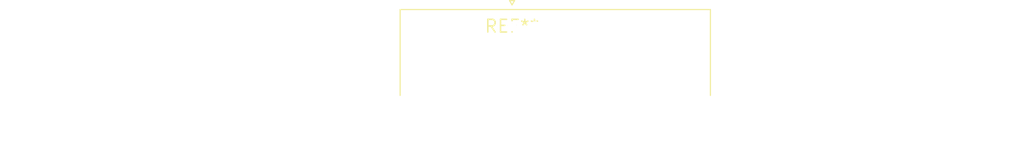
<source format=kicad_pcb>
(kicad_pcb (version 20240108) (generator pcbnew)
  (layers (0 "F.Cu" signal) (31 "B.Cu" signal) (34 "B.Paste" user) (35 "F.Paste" user) (36 "B.SilkS" user "B.Silkscreen") (37 "F.SilkS" user "F.Silkscreen") (38 "B.Mask" user) (39 "F.Mask" user) (44 "Edge.Cuts" user))
  (net 0 "")
  (footprint "DSUB-15-HD_Male_Horizontal_P2.29x1.98mm_EdgePinOffset3.03mm_Housed_MountingHolesOffset4.94mm" (layer "F.Cu") (at 0 0)
    (property "Reference" "REF**")
    (property "Value" "DSUB-15-HD_Male_Horizontal_P2.29x1.98mm_EdgePinOffset3.03mm_Housed_MountingHolesOffset4.94mm")
    (fp_line (start -11.17 -1.67) (end 19.8 -1.67) (layer "F.SilkS") (stroke (width 0.12)))
    (fp_line (start -11.17 6.93) (end -11.17 -1.67) (layer "F.SilkS") (stroke (width 0.12)))
    (fp_line (start -0.25 -2.564338) (end 0.25 -2.564338) (layer "F.SilkS") (stroke (width 0.12)))
    (fp_line (start 0 -2.131325) (end -0.25 -2.564338) (layer "F.SilkS") (stroke (width 0.12)))
    (fp_line (start 0.25 -2.564338) (end 0 -2.131325) (layer "F.SilkS") (stroke (width 0.12)))
    (fp_line (start 19.8 -1.67) (end 19.8 6.93) (layer "F.SilkS") (stroke (width 0.12)))
    (pad "0" thru_hole circle (at -8.185 2.05) (size 4 4) (drill 3.2) (layers *.Cu *.Mask) (remove_unused_layers))
    (pad "0" thru_hole circle (at 16.815 2.05) (size 4 4) (drill 3.2) (layers *.Cu *.Mask) (remove_unused_layers))
    (pad "1" thru_hole rect (at 0 0) (size 1.6 1.6) (drill 1) (layers *.Cu *.Mask) (remove_unused_layers))
    (pad "2" thru_hole circle (at 2.29 0) (size 1.6 1.6) (drill 1) (layers *.Cu *.Mask) (remove_unused_layers))
    (pad "3" thru_hole circle (at 4.58 0) (size 1.6 1.6) (drill 1) (layers *.Cu *.Mask) (remove_unused_layers))
    (pad "4" thru_hole circle (at 6.87 0) (size 1.6 1.6) (drill 1) (layers *.Cu *.Mask) (remove_unused_layers))
    (pad "5" thru_hole circle (at 9.16 0) (size 1.6 1.6) (drill 1) (layers *.Cu *.Mask) (remove_unused_layers))
    (pad "6" thru_hole circle (at -1.145 1.98) (size 1.6 1.6) (drill 1) (layers *.Cu *.Mask) (remove_unused_layers))
    (pad "7" thru_hole circle (at 1.145 1.98) (size 1.6 1.6) (drill 1) (layers *.Cu *.Mask) (remove_unused_layers))
    (pad "8" thru_hole circle (at 3.435 1.98) (size 1.6 1.6) (drill 1) (layers *.Cu *.Mask) (remove_unused_layers))
    (pad "9" thru_hole circle (at 5.725 1.98) (size 1.6 1.6) (drill 1) (layers *.Cu *.Mask) (remove_unused_layers))
    (pad "10" thru_hole circle (at 8.015 1.98) (size 1.6 1.6) (drill 1) (layers *.Cu *.Mask) (remove_unused_layers))
    (pad "11" thru_hole circle (at 0 3.96) (size 1.6 1.6) (drill 1) (layers *.Cu *.Mask) (remove_unused_layers))
    (pad "12" thru_hole circle (at 2.29 3.96) (size 1.6 1.6) (drill 1) (layers *.Cu *.Mask) (remove_unused_layers))
    (pad "13" thru_hole circle (at 4.58 3.96) (size 1.6 1.6) (drill 1) (layers *.Cu *.Mask) (remove_unused_layers))
    (pad "14" thru_hole circle (at 6.87 3.96) (size 1.6 1.6) (drill 1) (layers *.Cu *.Mask) (remove_unused_layers))
    (pad "15" thru_hole circle (at 9.16 3.96) (size 1.6 1.6) (drill 1) (layers *.Cu *.Mask) (remove_unused_layers))
  )
)
</source>
